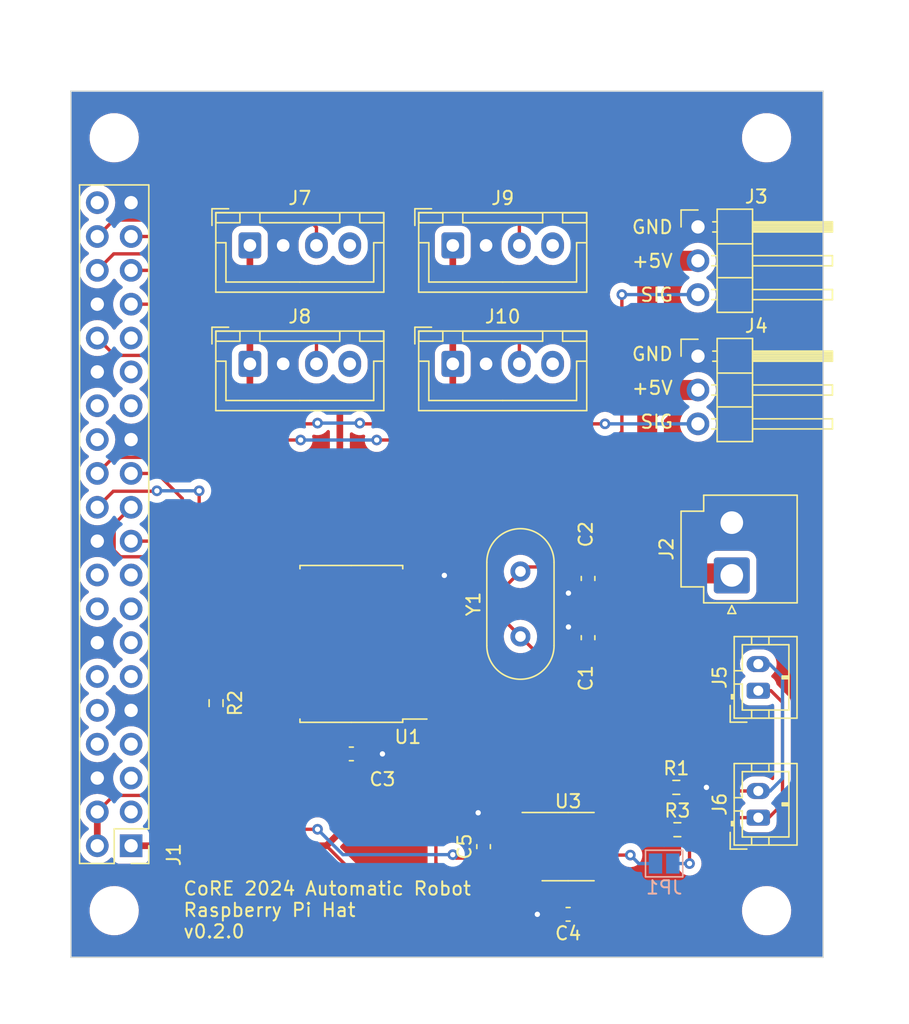
<source format=kicad_pcb>
(kicad_pcb (version 20221018) (generator pcbnew)
  (layers (0 "F.Cu" signal) (31 "B.Cu" signal) (34 "B.Paste" user) (35 "F.Paste" user) (36 "B.SilkS" user "B.Silkscreen") (37 "F.SilkS" user "F.Silkscreen") (38 "B.Mask" user) (39 "F.Mask" user) (44 "Edge.Cuts" user))
  (net 0 "")
  (net 1 "+3.3V")
  (net 2 "+5V")
  (net 5 "GND")
  (net 16 "SPI0_MOSI")
  (net 17 "SPI0_MISO")
  (net 18 "INT")
  (net 19 "SPI0_CLK")
  (net 20 "SPI0_CE0")
  (net 26 "GPIO12_PWM0")
  (net 27 "GPIO13_PWM1")
  (net 28 "GPIO19_IN0")
  (net 29 "GPIO16_IN1")
  (net 30 "GPIO26_IN2")
  (net 31 "GPIO20_IN3")
  (net 32 "+5VP")
  (net 33 "CANH")
  (net 34 "CANL")
  (net 35 "Net-(U3-S)")
  (net 36 "Net-(U1-~{RESET})")
  (net 37 "Net-(JP1-B)")
  (net 38 "Net-(U1-TXCAN)")
  (net 39 "Net-(U1-RXCAN)")
  (net 44 "Net-(U1-OSC2)")
  (net 45 "Net-(U1-OSC1)")
  (footprint "Crystal:Crystal_HC49-U_Vertical" (layer "F.Cu") (at 139.7 111.2625 90)
    (fp_text reference "Y1" (at 2.44 -3.525 90) (layer "F.SilkS"))
    (fp_text value "16M")
    (pad "1" thru_hole circle (at 0 0 90) (size 1.5 1.5) (drill 0.8) (layers "*.Cu" "*.Mask") (net 44 "Net-(U1-OSC2)"))
    (pad "2" thru_hole circle (at 4.88 0 90) (size 1.5 1.5) (drill 0.8) (layers "*.Cu" "*.Mask") (net 45 "Net-(U1-OSC1)"))
  )
  (footprint "Connector_JST:JST_PH_B2B-PH-K_1x02_P2.00mm_Vertical" (layer "F.Cu") (at 157.565 115.3325 90)
    (fp_text reference "J5" (at 1 -2.9 90) (layer "F.SilkS"))
    (fp_text value "PH_B2B")
    (pad "1" thru_hole roundrect (at 0 0 90) (size 1.2 1.75) (drill 0.75) (layers "*.Cu" "*.Mask") (roundrect_rratio 0.2083333333) (net 33 "CANH"))
    (pad "2" thru_hole oval (at 2 0 90) (size 1.2 1.75) (drill 0.75) (layers "*.Cu" "*.Mask") (net 34 "CANL"))
  )
  (footprint "Capacitor_SMD:C_0603_1608Metric_Pad1.08x0.95mm_HandSolder" (layer "F.Cu") (at 136.9325 127.0325 90)
    (fp_text reference "C5" (at 0 -1.43 90) (layer "F.SilkS"))
    (fp_text value "0.1u")
    (pad "1" smd roundrect (at -0.8625 0 90) (size 1.075 0.95) (layers "F.Cu" "F.Paste" "F.Mask") (net 2 "+5V"))
    (pad "2" smd roundrect (at 0.8625 0 90) (size 1.075 0.95) (layers "F.Cu" "F.Paste" "F.Mask") (net 5 "GND"))
  )
  (footprint "Resistor_SMD:R_0603_1608Metric_Pad0.98x0.95mm_HandSolder" (layer "F.Cu") (at 151.4075 122.5875)
    (fp_text reference "R1" (at 0 -1.43) (layer "F.SilkS"))
    (fp_text value "4.7k")
    (pad "1" smd roundrect (at -0.9125 0) (size 0.975 0.95) (layers "F.Cu" "F.Paste" "F.Mask") (net 35 "Net-(U3-S)"))
    (pad "2" smd roundrect (at 0.9125 0) (size 0.975 0.95) (layers "F.Cu" "F.Paste" "F.Mask") (net 5 "GND"))
  )
  (footprint "Connector_JST:JST_XH_B4B-XH-A_1x04_P2.50mm_Vertical" (layer "F.Cu") (at 134.62 81.915)
    (fp_text reference "J9" (at 3.75 -3.55) (layer "F.SilkS"))
    (fp_text value "Conn_01x04_Pin" hide)
    (pad "1" thru_hole roundrect (at 0 0) (size 1.7 1.95) (drill 0.95) (layers "*.Cu" "*.Mask") (roundrect_rratio 0.1470588235) (net 1 "+3.3V"))
    (pad "2" thru_hole oval (at 2.5 0) (size 1.7 1.95) (drill 0.95) (layers "*.Cu" "*.Mask") (net 5 "GND"))
    (pad "3" thru_hole oval (at 5 0) (size 1.7 1.95) (drill 0.95) (layers "*.Cu" "*.Mask") (net 30 "GPIO26_IN2"))
    (pad "4" thru_hole oval (at 7.5 0) (size 1.7 1.95) (drill 0.95) (layers "*.Cu" "*.Mask"))
  )
  (footprint "Connector_PinHeader_2.54mm:PinHeader_1x03_P2.54mm_Horizontal" (layer "F.Cu") (at 153.035 80.5275)
    (fp_text reference "J3" (at 4.385 -2.27) (layer "F.SilkS"))
    (fp_text value "Conn_01x03_Pin")
    (pad "1" thru_hole rect (at 0 0) (size 1.7 1.7) (drill 1) (layers "*.Cu" "*.Mask") (net 5 "GND"))
    (pad "2" thru_hole oval (at 0 2.54) (size 1.7 1.7) (drill 1) (layers "*.Cu" "*.Mask") (net 32 "+5VP"))
    (pad "3" thru_hole oval (at 0 5.08) (size 1.7 1.7) (drill 1) (layers "*.Cu" "*.Mask") (net 26 "GPIO12_PWM0"))
  )
  (footprint "Connector_JST:JST_XH_B4B-XH-A_1x04_P2.50mm_Vertical" (layer "F.Cu") (at 119.38 90.805)
    (fp_text reference "J8" (at 3.75 -3.55) (layer "F.SilkS"))
    (fp_text value "Conn_01x04_Pin" hide)
    (pad "1" thru_hole roundrect (at 0 0) (size 1.7 1.95) (drill 0.95) (layers "*.Cu" "*.Mask") (roundrect_rratio 0.1470588235) (net 1 "+3.3V"))
    (pad "2" thru_hole oval (at 2.5 0) (size 1.7 1.95) (drill 0.95) (layers "*.Cu" "*.Mask") (net 5 "GND"))
    (pad "3" thru_hole oval (at 5 0) (size 1.7 1.95) (drill 0.95) (layers "*.Cu" "*.Mask") (net 29 "GPIO16_IN1"))
    (pad "4" thru_hole oval (at 7.5 0) (size 1.7 1.95) (drill 0.95) (layers "*.Cu" "*.Mask"))
  )
  (footprint "Resistor_SMD:R_0603_1608Metric_Pad0.98x0.95mm_HandSolder" (layer "F.Cu") (at 116.84 116.265 -90)
    (fp_text reference "R2" (at 0 -1.43 90) (layer "F.SilkS"))
    (fp_text value "4.7k")
    (pad "1" smd roundrect (at -0.9125 0 270) (size 0.975 0.95) (layers "F.Cu" "F.Paste" "F.Mask") (net 36 "Net-(U1-~{RESET})"))
    (pad "2" smd roundrect (at 0.9125 0 270) (size 0.975 0.95) (layers "F.Cu" "F.Paste" "F.Mask") (net 1 "+3.3V"))
  )
  (footprint "MountingHole:MountingHole_3.2mm_M3" (layer "F.Cu") (at 158.1875 73.8375)
    (fp_text reference "H4" hide)
    (fp_text value "MountingHole" hide)
    (pad "" np_thru_hole circle (at 0 0) (size 3.2 3.2) (drill 3.2) (layers "*.Cu" "*.Mask"))
  )
  (footprint "Connector_PinHeader_2.54mm:PinHeader_2x20_P2.54mm_Vertical" (layer "F.Cu") (at 110.4575 126.9675 180)
    (fp_text reference "J1" (at -3.2075 -0.6675 90) (layer "F.SilkS"))
    (fp_text value "Conn_02x20_Odd_Even")
    (pad "1" thru_hole rect (at 0 0 180) (size 1.7 1.7) (drill 1) (layers "*.Cu" "*.Mask") (net 1 "+3.3V"))
    (pad "2" thru_hole oval (at 2.54 0 180) (size 1.7 1.7) (drill 1) (layers "*.Cu" "*.Mask") (net 2 "+5V"))
    (pad "3" thru_hole oval (at 0 2.54 180) (size 1.7 1.7) (drill 1) (layers "*.Cu" "*.Mask"))
    (pad "4" thru_hole oval (at 2.54 2.54 180) (size 1.7 1.7) (drill 1) (layers "*.Cu" "*.Mask") (net 2 "+5V"))
    (pad "5" thru_hole oval (at 0 5.08 180) (size 1.7 1.7) (drill 1) (layers "*.Cu" "*.Mask"))
    (pad "6" thru_hole oval (at 2.54 5.08 180) (size 1.7 1.7) (drill 1) (layers "*.Cu" "*.Mask") (net 5 "GND"))
    (pad "7" thru_hole oval (at 0 7.62 180) (size 1.7 1.7) (drill 1) (layers "*.Cu" "*.Mask"))
    (pad "8" thru_hole oval (at 2.54 7.62 180) (size 1.7 1.7) (drill 1) (layers "*.Cu" "*.Mask"))
    (pad "9" thru_hole oval (at 0 10.16 180) (size 1.7 1.7) (drill 1) (layers "*.Cu" "*.Mask") (net 5 "GND"))
    (pad "10" thru_hole oval (at 2.54 10.16 180) (size 1.7 1.7) (drill 1) (layers "*.Cu" "*.Mask"))
    (pad "11" thru_hole oval (at 0 12.7 180) (size 1.7 1.7) (drill 1) (layers "*.Cu" "*.Mask"))
    (pad "12" thru_hole oval (at 2.54 12.7 180) (size 1.7 1.7) (drill 1) (layers "*.Cu" "*.Mask"))
    (pad "13" thru_hole oval (at 0 15.24 180) (size 1.7 1.7) (drill 1) (layers "*.Cu" "*.Mask"))
    (pad "14" thru_hole oval (at 2.54 15.24 180) (size 1.7 1.7) (drill 1) (layers "*.Cu" "*.Mask") (net 5 "GND"))
    (pad "15" thru_hole oval (at 0 17.78 180) (size 1.7 1.7) (drill 1) (layers "*.Cu" "*.Mask"))
    (pad "16" thru_hole oval (at 2.54 17.78 180) (size 1.7 1.7) (drill 1) (layers "*.Cu" "*.Mask"))
    (pad "17" thru_hole oval (at 0 20.32 180) (size 1.7 1.7) (drill 1) (layers "*.Cu" "*.Mask"))
    (pad "18" thru_hole oval (at 2.54 20.32 180) (size 1.7 1.7) (drill 1) (layers "*.Cu" "*.Mask"))
    (pad "19" thru_hole oval (at 0 22.86 180) (size 1.7 1.7) (drill 1) (layers "*.Cu" "*.Mask") (net 16 "SPI0_MOSI"))
    (pad "20" thru_hole oval (at 2.54 22.86 180) (size 1.7 1.7) (drill 1) (layers "*.Cu" "*.Mask") (net 5 "GND"))
    (pad "21" thru_hole oval (at 0 25.4 180) (size 1.7 1.7) (drill 1) (layers "*.Cu" "*.Mask") (net 17 "SPI0_MISO"))
    (pad "22" thru_hole oval (at 2.54 25.4 180) (size 1.7 1.7) (drill 1) (layers "*.Cu" "*.Mask") (net 18 "INT"))
    (pad "23" thru_hole oval (at 0 27.94 180) (size 1.7 1.7) (drill 1) (layers "*.Cu" "*.Mask") (net 19 "SPI0_CLK"))
    (pad "24" thru_hole oval (at 2.54 27.94 180) (size 1.7 1.7) (drill 1) (layers "*.Cu" "*.Mask") (net 20 "SPI0_CE0"))
    (pad "25" thru_hole oval (at 0 30.48 180) (size 1.7 1.7) (drill 1) (layers "*.Cu" "*.Mask") (net 5 "GND"))
    (pad "26" thru_hole oval (at 2.54 30.48 180) (size 1.7 1.7) (drill 1) (layers "*.Cu" "*.Mask"))
    (pad "27" thru_hole oval (at 0 33.02 180) (size 1.7 1.7) (drill 1) (layers "*.Cu" "*.Mask"))
    (pad "28" thru_hole oval (at 2.54 33.02 180) (size 1.7 1.7) (drill 1) (layers "*.Cu" "*.Mask"))
    (pad "29" thru_hole oval (at 0 35.56 180) (size 1.7 1.7) (drill 1) (layers "*.Cu" "*.Mask"))
    (pad "30" thru_hole oval (at 2.54 35.56 180) (size 1.7 1.7) (drill 1) (layers "*.Cu" "*.Mask") (net 5 "GND"))
    (pad "31" thru_hole oval (at 0 38.1 180) (size 1.7 1.7) (drill 1) (layers "*.Cu" "*.Mask"))
    (pad "32" thru_hole oval (at 2.54 38.1 180) (size 1.7 1.7) (drill 1) (layers "*.Cu" "*.Mask") (net 26 "GPIO12_PWM0"))
    (pad "33" thru_hole oval (at 0 40.64 180) (size 1.7 1.7) (drill 1) (layers "*.Cu" "*.Mask") (net 27 "GPIO13_PWM1"))
    (pad "34" thru_hole oval (at 2.54 40.64 180) (size 1.7 1.7) (drill 1) (layers "*.Cu" "*.Mask") (net 5 "GND"))
    (pad "35" thru_hole oval (at 0 43.18 180) (size 1.7 1.7) (drill 1) (layers "*.Cu" "*.Mask") (net 28 "GPIO19_IN0"))
    (pad "36" thru_hole oval (at 2.54 43.18 180) (size 1.7 1.7) (drill 1) (layers "*.Cu" "*.Mask") (net 29 "GPIO16_IN1"))
    (pad "37" thru_hole oval (at 0 45.72 180) (size 1.7 1.7) (drill 1) (layers "*.Cu" "*.Mask") (net 30 "GPIO26_IN2"))
    (pad "38" thru_hole oval (at 2.54 45.72 180) (size 1.7 1.7) (drill 1) (layers "*.Cu" "*.Mask") (net 31 "GPIO20_IN3"))
    (pad "39" thru_hole oval (at 0 48.26 180) (size 1.7 1.7) (drill 1) (layers "*.Cu" "*.Mask") (net 5 "GND"))
    (pad "40" thru_hole oval (at 2.54 48.26 180) (size 1.7 1.7) (drill 1) (layers "*.Cu" "*.Mask"))
  )
  (footprint "Connector_JST:JST_PH_B2B-PH-K_1x02_P2.00mm_Vertical" (layer "F.Cu") (at 157.565 124.8575 90)
    (fp_text reference "J6" (at 1 -2.9 90) (layer "F.SilkS"))
    (fp_text value "PH_B2B")
    (pad "1" thru_hole roundrect (at 0 0 90) (size 1.2 1.75) (drill 0.75) (layers "*.Cu" "*.Mask") (roundrect_rratio 0.2083333333) (net 33 "CANH"))
    (pad "2" thru_hole oval (at 2 0 90) (size 1.2 1.75) (drill 0.75) (layers "*.Cu" "*.Mask") (net 34 "CANL"))
  )
  (footprint "Connector_JST:JST_XH_B4B-XH-A_1x04_P2.50mm_Vertical" (layer "F.Cu") (at 134.62 90.805)
    (fp_text reference "J10" (at 3.75 -3.55) (layer "F.SilkS"))
    (fp_text value "Conn_01x04_Pin" hide)
    (pad "1" thru_hole roundrect (at 0 0) (size 1.7 1.95) (drill 0.95) (layers "*.Cu" "*.Mask") (roundrect_rratio 0.1470588235) (net 1 "+3.3V"))
    (pad "2" thru_hole oval (at 2.5 0) (size 1.7 1.95) (drill 0.95) (layers "*.Cu" "*.Mask") (net 5 "GND"))
    (pad "3" thru_hole oval (at 5 0) (size 1.7 1.95) (drill 0.95) (layers "*.Cu" "*.Mask") (net 31 "GPIO20_IN3"))
    (pad "4" thru_hole oval (at 7.5 0) (size 1.7 1.95) (drill 0.95) (layers "*.Cu" "*.Mask"))
  )
  (footprint "Capacitor_SMD:C_0603_1608Metric_Pad1.08x0.95mm_HandSolder" (layer "F.Cu") (at 143.2825 132.1125 180)
    (fp_text reference "C4" (at 0 -1.43) (layer "F.SilkS"))
    (fp_text value "0.1u")
    (pad "1" smd roundrect (at -0.8625 0 180) (size 1.075 0.95) (layers "F.Cu" "F.Paste" "F.Mask") (net 1 "+3.3V"))
    (pad "2" smd roundrect (at 0.8625 0 180) (size 1.075 0.95) (layers "F.Cu" "F.Paste" "F.Mask") (net 5 "GND"))
  )
  (footprint "MountingHole:MountingHole_3.2mm_M3" (layer "F.Cu") (at 109.1875 131.8375)
    (fp_text reference "H1" hide)
    (fp_text value "MountingHole" hide)
    (pad "" np_thru_hole circle (at 0 0) (size 3.2 3.2) (drill 3.2) (layers "*.Cu" "*.Mask"))
  )
  (footprint "MountingHole:MountingHole_3.2mm_M3" (layer "F.Cu") (at 158.1875 131.8375)
    (fp_text reference "H2" hide)
    (fp_text value "MountingHole" hide)
    (pad "" np_thru_hole circle (at 0 0) (size 3.2 3.2) (drill 3.2) (layers "*.Cu" "*.Mask"))
  )
  (footprint "Package_SO:SOIC-8_3.9x4.9mm_P1.27mm" (layer "F.Cu") (at 143.2825 127.0325)
    (fp_text reference "U3" (at 0 -3.4) (layer "F.SilkS"))
    (fp_text value "TJA1051T-3")
    (pad "1" smd roundrect (at -2.475 -1.905) (size 1.95 0.6) (layers "F.Cu" "F.Paste" "F.Mask") (net 38 "Net-(U1-TXCAN)"))
    (pad "2" smd roundrect (at -2.475 -0.635) (size 1.95 0.6) (layers "F.Cu" "F.Paste" "F.Mask") (net 5 "GND"))
    (pad "3" smd roundrect (at -2.475 0.635) (size 1.95 0.6) (layers "F.Cu" "F.Paste" "F.Mask") (net 2 "+5V"))
    (pad "4" smd roundrect (at -2.475 1.905) (size 1.95 0.6) (layers "F.Cu" "F.Paste" "F.Mask") (net 39 "Net-(U1-RXCAN)"))
    (pad "5" smd roundrect (at 2.475 1.905) (size 1.95 0.6) (layers "F.Cu" "F.Paste" "F.Mask") (net 1 "+3.3V"))
    (pad "6" smd roundrect (at 2.475 0.635) (size 1.95 0.6) (layers "F.Cu" "F.Paste" "F.Mask") (net 34 "CANL"))
    (pad "7" smd roundrect (at 2.475 -0.635) (size 1.95 0.6) (layers "F.Cu" "F.Paste" "F.Mask") (net 33 "CANH"))
    (pad "8" smd roundrect (at 2.475 -1.905) (size 1.95 0.6) (layers "F.Cu" "F.Paste" "F.Mask") (net 35 "Net-(U3-S)"))
  )
  (footprint "Resistor_SMD:R_0603_1608Metric_Pad0.98x0.95mm_HandSolder" (layer "F.Cu") (at 151.4875 125.7625)
    (fp_text reference "R3" (at 0 -1.43) (layer "F.SilkS"))
    (fp_text value "120")
    (pad "1" smd roundrect (at -0.9125 0) (size 0.975 0.95) (layers "F.Cu" "F.Paste" "F.Mask") (net 33 "CANH"))
    (pad "2" smd roundrect (at 0.9125 0) (size 0.975 0.95) (layers "F.Cu" "F.Paste" "F.Mask") (net 37 "Net-(JP1-B)"))
  )
  (footprint "Package_SO:SOIC-18W_7.5x11.6mm_P1.27mm" (layer "F.Cu") (at 127 111.82 180)
    (fp_text reference "U1" (at -4.24 -6.985) (layer "F.SilkS"))
    (fp_text value "MCP2515-xSO")
    (pad "1" smd roundrect (at -4.65 -5.08 180) (size 2.05 0.6) (layers "F.Cu" "F.Paste" "F.Mask") (net 38 "Net-(U1-TXCAN)"))
    (pad "2" smd roundrect (at -4.65 -3.81 180) (size 2.05 0.6) (layers "F.Cu" "F.Paste" "F.Mask") (net 39 "Net-(U1-RXCAN)"))
    (pad "3" smd roundrect (at -4.65 -2.54 180) (size 2.05 0.6) (layers "F.Cu" "F.Paste" "F.Mask"))
    (pad "4" smd roundrect (at -4.65 -1.27 180) (size 2.05 0.6) (layers "F.Cu" "F.Paste" "F.Mask"))
    (pad "5" smd roundrect (at -4.65 0 180) (size 2.05 0.6) (layers "F.Cu" "F.Paste" "F.Mask"))
    (pad "6" smd roundrect (at -4.65 1.27 180) (size 2.05 0.6) (layers "F.Cu" "F.Paste" "F.Mask"))
    (pad "7" smd roundrect (at -4.65 2.54 180) (size 2.05 0.6) (layers "F.Cu" "F.Paste" "F.Mask") (net 44 "Net-(U1-OSC2)"))
    (pad "8" smd roundrect (at -4.65 3.81 180) (size 2.05 0.6) (layers "F.Cu" "F.Paste" "F.Mask") (net 45 "Net-(U1-OSC1)"))
    (pad "9" smd roundrect (at -4.65 5.08 180) (size 2.05 0.6) (layers "F.Cu" "F.Paste" "F.Mask") (net 5 "GND"))
    (pad "10" smd roundrect (at 4.65 5.08 180) (size 2.05 0.6) (layers "F.Cu" "F.Paste" "F.Mask"))
    (pad "11" smd roundrect (at 4.65 3.81 180) (size 2.05 0.6) (layers "F.Cu" "F.Paste" "F.Mask"))
    (pad "12" smd roundrect (at 4.65 2.54 180) (size 2.05 0.6) (layers "F.Cu" "F.Paste" "F.Mask") (net 18 "INT"))
    (pad "13" smd roundrect (at 4.65 1.27 180) (size 2.05 0.6) (layers "F.Cu" "F.Paste" "F.Mask") (net 19 "SPI0_CLK"))
    (pad "14" smd roundrect (at 4.65 0 180) (size 2.05 0.6) (layers "F.Cu" "F.Paste" "F.Mask") (net 16 "SPI0_MOSI"))
    (pad "15" smd roundrect (at 4.65 -1.27 180) (size 2.05 0.6) (layers "F.Cu" "F.Paste" "F.Mask") (net 17 "SPI0_MISO"))
    (pad "16" smd roundrect (at 4.65 -2.54 180) (size 2.05 0.6) (layers "F.Cu" "F.Paste" "F.Mask") (net 20 "SPI0_CE0"))
    (pad "17" smd roundrect (at 4.65 -3.81 180) (size 2.05 0.6) (layers "F.Cu" "F.Paste" "F.Mask") (net 36 "Net-(U1-~{RESET})"))
    (pad "18" smd roundrect (at 4.65 -5.08 180) (size 2.05 0.6) (layers "F.Cu" "F.Paste" "F.Mask") (net 1 "+3.3V"))
  )
  (footprint "Connector_JST:JST_XH_B4B-XH-A_1x04_P2.50mm_Vertical" (layer "F.Cu") (at 119.38 81.915)
    (fp_text reference "J7" (at 3.75 -3.55) (layer "F.SilkS"))
    (fp_text value "Conn_01x04_Pin" hide)
    (pad "1" thru_hole roundrect (at 0 0) (size 1.7 1.95) (drill 0.95) (layers "*.Cu" "*.Mask") (roundrect_rratio 0.1470588235) (net 1 "+3.3V"))
    (pad "2" thru_hole oval (at 2.5 0) (size 1.7 1.95) (drill 0.95) (layers "*.Cu" "*.Mask") (net 5 "GND"))
    (pad "3" thru_hole oval (at 5 0) (size 1.7 1.95) (drill 0.95) (layers "*.Cu" "*.Mask") (net 28 "GPIO19_IN0"))
    (pad "4" thru_hole oval (at 7.5 0) (size 1.7 1.95) (drill 0.95) (layers "*.Cu" "*.Mask"))
  )
  (footprint "Connector_PinHeader_2.54mm:PinHeader_1x03_P2.54mm_Horizontal" (layer "F.Cu") (at 153.035 90.2275)
    (fp_text reference "J4" (at 4.385 -2.27) (layer "F.SilkS"))
    (fp_text value "Conn_01x03_Pin")
    (pad "1" thru_hole rect (at 0 0) (size 1.7 1.7) (drill 1) (layers "*.Cu" "*.Mask") (net 5 "GND"))
    (pad "2" thru_hole oval (at 0 2.54) (size 1.7 1.7) (drill 1) (layers "*.Cu" "*.Mask") (net 32 "+5VP"))
    (pad "3" thru_hole oval (at 0 5.08) (size 1.7 1.7) (drill 1) (layers "*.Cu" "*.Mask") (net 27 "GPIO13_PWM1"))
  )
  (footprint "Capacitor_SMD:C_0603_1608Metric_Pad1.08x0.95mm_HandSolder" (layer "F.Cu") (at 127 120.075)
    (fp_text reference "C3" (at 2.335 1.905) (layer "F.SilkS"))
    (fp_text value "0.1u")
    (pad "1" smd roundrect (at -0.8625 0) (size 1.075 0.95) (layers "F.Cu" "F.Paste" "F.Mask") (net 1 "+3.3V"))
    (pad "2" smd roundrect (at 0.8625 0) (size 1.075 0.95) (layers "F.Cu" "F.Paste" "F.Mask") (net 5 "GND"))
  )
  (footprint "MountingHole:MountingHole_3.2mm_M3" (layer "F.Cu") (at 109.1875 73.8375)
    (fp_text reference "H3" hide)
    (fp_text value "MountingHole" hide)
    (pad "" np_thru_hole circle (at 0 0) (size 3.2 3.2) (drill 3.2) (layers "*.Cu" "*.Mask"))
  )
  (footprint "Connector_JST:JST_VH_B2P-VH-B_1x02_P3.96mm_Vertical" (layer "F.Cu") (at 155.575 106.68 90)
    (fp_text reference "J2" (at 1.98 -4.9 90) (layer "F.SilkS"))
    (fp_text value "B2P-VH")
    (pad "1" thru_hole roundrect (at 0 0 90) (size 2.7 2.7) (drill 1.7) (layers "*.Cu" "*.Mask") (roundrect_rratio 0.09259296296) (net 32 "+5VP"))
    (pad "2" thru_hole circle (at 3.96 0 90) (size 2.7 2.7) (drill 1.7) (layers "*.Cu" "*.Mask") (net 5 "GND"))
  )
  (footprint "Capacitor_SMD:C_0603_1608Metric_Pad1.08x0.95mm_HandSolder" (layer "F.Cu") (at 144.78 111.3525 90)
    (fp_text reference "C1" (at -3.04 -0.1725 90) (layer "F.SilkS"))
    (fp_text value "22p")
    (pad "1" smd roundrect (at -0.8625 0 90) (size 1.075 0.95) (layers "F.Cu" "F.Paste" "F.Mask") (net 44 "Net-(U1-OSC2)"))
    (pad "2" smd roundrect (at 0.8625 0 90) (size 1.075 0.95) (layers "F.Cu" "F.Paste" "F.Mask") (net 5 "GND"))
  )
  (footprint "Capacitor_SMD:C_0603_1608Metric_Pad1.08x0.95mm_HandSolder" (layer "F.Cu") (at 144.78 106.9075 -90)
    (fp_text reference "C2" (at -3.31 0.1725 90) (layer "F.SilkS"))
    (fp_text value "22p")
    (pad "1" smd roundrect (at -0.8625 0 270) (size 1.075 0.95) (layers "F.Cu" "F.Paste" "F.Mask") (net 45 "Net-(U1-OSC1)"))
    (pad "2" smd roundrect (at 0.8625 0 270) (size 1.075 0.95) (layers "F.Cu" "F.Paste" "F.Mask") (net 5 "GND"))
  )
  (footprint "Jumper:SolderJumper-2_P1.3mm_Open_Pad1.0x1.5mm" (layer "B.Cu") (at 150.495 128.3025)
    (fp_text reference "JP1" (at 0 1.8) (layer "B.SilkS") (effects (justify mirror)))
    (fp_text value "SolderJumper_2_Open" hide)
    (pad "1" smd rect (at -0.65 0) (size 1 1.5) (layers "B.Cu" "B.Mask") (net 34 "CANL"))
    (pad "2" smd rect (at 0.65 0) (size 1 1.5) (layers "B.Cu" "B.Mask") (net 37 "Net-(JP1-B)"))
  )
  (gr_line (start 162.4375 70.3375) (end 162.4375 135.3375) (stroke (width 0.1)) (layer "Edge.Cuts"))
  (gr_line (start 105.9375 70.3375) (end 105.9375 135.3375) (stroke (width 0.1)) (layer "Edge.Cuts"))
  (gr_line (start 105.9375 70.3375) (end 162.4375 70.3375) (stroke (width 0.1)) (layer "Edge.Cuts"))
  (gr_line (start 105.9375 135.3375) (end 162.4375 135.3375) (stroke (width 0.1)) (layer "Edge.Cuts"))
  (gr_text "+5V" (at 147.9875 83.67) (layer "F.SilkS") (effects (font (size 1 1)) (justify left bottom)))
  (gr_text "+5V" (at 147.9875 93.195) (layer "F.SilkS") (effects (font (size 1 1)) (justify left bottom)))
  (gr_text "SIG" (at 148.6225 86.21) (layer "F.SilkS") (effects (font (size 1 1)) (justify left bottom)))
  (gr_text "GND" (at 147.9875 90.655) (layer "F.SilkS") (effects (font (size 1 1)) (justify left bottom)))
  (gr_text "GND" (at 147.9875 81.13) (layer "F.SilkS") (effects (font (size 1 1)) (justify left bottom)))
  (gr_text "SIG" (at 148.6225 95.735) (layer "F.SilkS") (effects (font (size 1 1)) (justify left bottom)))
  (gr_text "CoRE 2024 Automatic Robot\nRaspberry Pi Hat\nv0.2.0" (at 114.3 133.985) (layer "F.SilkS") (effects (font (size 1 1)) (justify left bottom)))
  (segment (start 110.4575 126.9675) (end 125.1275 126.9675) (width 0.5) (layer "F.Cu") (net 1))
  (segment (start 126.0775 116.9) (end 126.1375 116.84) (width 0.25) (layer "F.Cu") (net 1))
  (segment (start 126.1375 93.7525) (end 125.73 93.345) (width 0.5) (layer "F.Cu") (net 1))
  (segment (start 126.1375 125.9575) (end 126.1375 120.075) (width 0.5) (layer "F.Cu") (net 1))
  (segment (start 116.84 117.1775) (end 119.7375 120.075) (width 0.5) (layer "F.Cu") (net 1))
  (segment (start 119.7375 120.075) (end 124.46 120.075) (width 0.5) (layer "F.Cu") (net 1))
  (segment (start 126.545 93.345) (end 126.1375 93.7525) (width 0.5) (layer "F.Cu") (net 1))
  (segment (start 126.1375 120.075) (end 126.1375 117.475) (width 0.5) (layer "F.Cu") (net 1))
  (segment (start 134.62 90.805) (end 134.62 81.915) (width 0.5) (layer "F.Cu") (net 1))
  (segment (start 144.78 128.9375) (end 145.7575 128.9375) (width 0.25) (layer "F.Cu") (net 1))
  (segment (start 144.145 132.1125) (end 144.145 129.5725) (width 0.25) (layer "F.Cu") (net 1))
  (segment (start 125.73 116.9) (end 126.0775 116.9) (width 0.25) (layer "F.Cu") (net 1))
  (segment (start 119.38 90.805) (end 119.38 92.71) (width 0.5) (layer "F.Cu") (net 1))
  (segment (start 133.985 93.345) (end 134.62 92.71) (width 0.5) (layer "F.Cu") (net 1))
  (segment (start 126.1375 116.84) (end 126.1375 116.205) (width 0.5) (layer "F.Cu") (net 1))
  (segment (start 127 93.345) (end 133.985 93.345) (width 0.5) (layer "F.Cu") (net 1))
  (segment (start 122.35 116.9) (end 125.73 116.9) (width 0.25) (layer "F.Cu") (net 1))
  (segment (start 126.1375 116.205) (end 126.1375 93.7525) (width 0.5) (layer "F.Cu") (net 1))
  (segment (start 119.38 81.915) (end 119.38 90.805) (width 0.5) (layer "F.Cu") (net 1))
  (segment (start 124.46 120.075) (end 126.1375 120.075) (width 0.5) (layer "F.Cu") (net 1))
  (segment (start 126.1375 117.475) (end 126.1375 117.3075) (width 0.5) (layer "F.Cu") (net 1))
  (segment (start 125.73 93.345) (end 127 93.345) (width 0.5) (layer "F.Cu") (net 1))
  (segment (start 127 93.345) (end 126.545 93.345) (width 0.5) (layer "F.Cu") (net 1))
  (segment (start 126.1375 117.475) (end 126.1375 116.84) (width 0.5) (layer "F.Cu") (net 1))
  (segment (start 126.1375 116.4925) (end 125.73 116.9) (width 0.5) (layer "F.Cu") (net 1))
  (segment (start 144.145 132.715) (end 143.51 133.35) (width 0.25) (layer "F.Cu") (net 1))
  (segment (start 143.51 133.35) (end 131.51 133.35) (width 0.25) (layer "F.Cu") (net 1))
  (segment (start 126.1375 116.205) (end 126.1375 116.4925) (width 0.5) (layer "F.Cu") (net 1))
  (segment (start 119.38 92.71) (end 120.015 93.345) (width 0.5) (layer "F.Cu") (net 1))
  (segment (start 144.145 129.5725) (end 144.78 128.9375) (width 0.25) (layer "F.Cu") (net 1))
  (segment (start 126.1375 117.3075) (end 125.73 116.9) (width 0.5) (layer "F.Cu") (net 1))
  (segment (start 144.145 132.1125) (end 144.145 132.715) (width 0.25) (layer "F.Cu") (net 1))
  (segment (start 120.015 93.345) (end 125.73 93.345) (width 0.5) (layer "F.Cu") (net 1))
  (segment (start 134.62 92.71) (end 134.62 90.805) (width 0.5) (layer "F.Cu") (net 1))
  (segment (start 125.1275 126.9675) (end 126.1375 125.9575) (width 0.5) (layer "F.Cu") (net 1))
  (segment (start 131.51 133.35) (end 125.1275 126.9675) (width 0.25) (layer "F.Cu") (net 1))
  (segment (start 136.9325 127.895) (end 134.88 127.895) (width 0.25) (layer "F.Cu") (net 2))
  (segment (start 137.16 127.6675) (end 136.9325 127.895) (width 0.25) (layer "F.Cu") (net 2))
  (segment (start 112.395 123.19) (end 109.155 123.19) (width 0.25) (layer "F.Cu") (net 2))
  (segment (start 114.935 125.73) (end 112.395 123.19) (width 0.25) (layer "F.Cu") (net 2))
  (segment (start 140.8075 127.6675) (end 137.16 127.6675) (width 0.25) (layer "F.Cu") (net 2))
  (segment (start 107.9175 124.4275) (end 107.9175 126.9675) (width 0.5) (layer "F.Cu") (net 2))
  (segment (start 134.88 127.895) (end 134.62 127.635) (width 0.25) (layer "F.Cu") (net 2))
  (segment (start 124.46 125.73) (end 114.935 125.73) (width 0.25) (layer "F.Cu") (net 2))
  (segment (start 109.155 123.19) (end 107.9175 124.4275) (width 0.25) (layer "F.Cu") (net 2))
  (via (at 124.46 125.73) (size 0.8) (drill 0.4) (layers "F.Cu" "B.Cu") (net 2))
  (via (at 134.62 127.635) (size 0.8) (drill 0.4) (layers "F.Cu" "B.Cu") (net 2))
  (segment (start 126.365 127.635) (end 124.46 125.73) (width 0.25) (layer "B.Cu") (net 2))
  (segment (start 134.62 127.635) (end 126.365 127.635) (width 0.25) (layer "B.Cu") (net 2))
  (segment (start 156.845 91.3225) (end 156.845 88.7825) (width 1.5) (layer "F.Cu") (net 5))
  (segment (start 136.9325 124.9) (end 136.525 124.4925) (width 0.25) (layer "F.Cu") (net 5))
  (segment (start 127.8625 120.075) (end 127.8625 108.2125) (width 0.25) (layer "F.Cu") (net 5))
  (segment (start 156.845 91.3225) (end 156.845 101.4175) (width 1.5) (layer "F.Cu") (net 5))
  (segment (start 140.8075 126.3975) (end 137.16 126.3975) (width 0.25) (layer "F.Cu") (net 5))
  (segment (start 156.8775 101.45) (end 155.6075 102.72) (width 1.5) (layer "F.Cu") (net 5))
  (segment (start 156.845 101.4175) (end 156.8775 101.45) (width 1.5) (layer "F.Cu") (net 5))
  (segment (start 155.75 90.2275) (end 156.845 91.3225) (width 1.5) (layer "F.Cu") (net 5))
  (segment (start 121.88 86.995) (end 121.88 81.915) (width 0.25) (layer "F.Cu") (net 5))
  (segment (start 137.16 126.3975) (end 136.9325 126.17) (width 0.25) (layer "F.Cu") (net 5))
  (segment (start 137.12 90.805) (end 137.12 81.915) (width 0.25) (layer "F.Cu") (net 5))
  (segment (start 142.42 132.1125) (end 140.97 132.1125) (width 0.25) (layer "F.Cu") (net 5))
  (segment (start 143.545 107.77) (end 143.305 108.01) (width 0.25) (layer "F.Cu") (net 5))
  (segment (start 155.4 90.2275) (end 156.845 88.7825) (width 1.5) (layer "F.Cu") (net 5))
  (segment (start 155.6075 102.72) (end 155.575 102.72) (width 1.5) (layer "F.Cu") (net 5))
  (segment (start 144.78 110.49) (end 143.365 110.49) (width 0.25) (layer "F.Cu") (net 5))
  (segment (start 155.575 80.5275) (end 153.035 80.5275) (width 1.5) (layer "F.Cu") (net 5))
  (segment (start 152.32 122.5875) (end 153.67 122.5875) (width 0.25) (layer "F.Cu") (net 5))
  (segment (start 129.335 106.74) (end 131.65 106.74) (width 0.25) (layer "F.Cu") (net 5))
  (segment (start 144.78 107.77) (end 143.545 107.77) (width 0.25) (layer "F.Cu") (net 5))
  (segment (start 156.845 88.7825) (end 156.845 81.7975) (width 1.5) (layer "F.Cu") (net 5))
  (segment (start 136.9325 126.17) (end 136.9325 124.9) (width 0.25) (layer "F.Cu") (net 5))
  (segment (start 127.8625 120.075) (end 129.335 120.075) (width 0.25) (layer "F.Cu") (net 5))
  (segment (start 155.4 90.2275) (end 155.75 90.2275) (width 1.5) (layer "F.Cu") (net 5))
  (segment (start 143.365 110.49) (end 143.305 110.55) (width 0.25) (layer "F.Cu") (net 5))
  (segment (start 127.8625 108.2125) (end 129.335 106.74) (width 0.25) (layer "F.Cu") (net 5))
  (segment (start 156.845 81.7975) (end 155.575 80.5275) (width 1.5) (layer "F.Cu") (net 5))
  (segment (start 121.88 90.805) (end 121.88 86.995) (width 0.25) (layer "F.Cu") (net 5))
  (segment (start 153.035 90.2275) (end 155.4 90.2275) (width 1.5) (layer "F.Cu") (net 5))
  (via (at 140.97 132.1125) (size 0.8) (drill 0.4) (layers "F.Cu" "B.Cu") (net 5))
  (via (at 133.985 106.68) (size 0.8) (drill 0.4) (layers "F.Cu" "B.Cu") (net 5))
  (via (at 153.67 122.5875) (size 0.8) (drill 0.4) (layers "F.Cu" "B.Cu") (net 5))
  (via (at 143.305 110.55) (size 0.8) (drill 0.4) (layers "F.Cu" "B.Cu") (net 5))
  (via (at 129.335 120.075) (size 0.8) (drill 0.4) (layers "F.Cu" "B.Cu") (net 5))
  (via (at 143.305 108.01) (size 0.8) (drill 0.4) (layers "F.Cu" "B.Cu") (net 5))
  (via (at 136.525 124.4925) (size 0.8) (drill 0.4) (layers "F.Cu" "B.Cu") (net 5))
  (segment (start 134.62 78.74) (end 137.12 81.24) (width 0.25) (layer "B.Cu") (net 5))
  (segment (start 125.055 78.74) (end 134.62 78.74) (width 0.25) (layer "B.Cu") (net 5))
  (segment (start 110.4575 78.7075) (end 118.6725 78.7075) (width 0.25) (layer "B.Cu") (net 5))
  (segment (start 137.12 81.24) (end 137.12 81.915) (width 0.25) (layer "B.Cu") (net 5))
  (segment (start 118.6725 78.7075) (end 121.88 81.915) (width 0.25) (layer "B.Cu") (net 5))
  (segment (start 121.88 81.915) (end 125.055 78.74) (width 0.25) (layer "B.Cu") (net 5))
  (segment (start 132.1075 120.075) (end 129.335 120.075) (width 0.25) (layer "B.Cu") (net 5))
  (segment (start 136.525 124.4925) (end 132.1075 120.075) (width 0.25) (layer "B.Cu") (net 5))
  (segment (start 117.535 111.82) (end 122.35 111.82) (width 0.25) (layer "F.Cu") (net 16))
  (segment (start 116.205 110.49) (end 117.535 111.82) (width 0.25) (layer "F.Cu") (net 16))
  (segment (start 113.6325 104.1075) (end 116.205 106.68) (width 0.25) (layer "F.Cu") (net 16))
  (segment (start 116.205 106.68) (end 116.205 110.49) (width 0.25) (layer "F.Cu") (net 16))
  (segment (start 110.4575 104.1075) (end 113.6325 104.1075) (width 0.25) (layer "F.Cu") (net 16))
  (segment (start 115.57 111.125) (end 117.535 113.09) (width 0.25) (layer "F.Cu") (net 17))
  (segment (start 109.1825 102.8425) (end 109.1825 104.8075) (width 0.25) (layer "F.Cu") (net 17))
  (segment (start 117.535 113.09) (end 122.35 113.09) (width 0.25) (layer "F.Cu") (net 17))
  (segment (start 110.4575 101.5675) (end 109.1825 102.8425) (width 0.25) (layer "F.Cu") (net 17))
  (segment (start 113.5375 105.2825) (end 115.57 107.315) (width 0.25) (layer "F.Cu") (net 17))
  (segment (start 115.57 107.315) (end 115.57 111.125) (width 0.25) (layer "F.Cu") (net 17))
  (segment (start 109.6575 105.2825) (end 113.5375 105.2825) (width 0.25) (layer "F.Cu") (net 17))
  (segment (start 109.1825 104.8075) (end 109.6575 105.2825) (width 0.25) (layer "F.Cu") (net 17))
  (segment (start 112.3575 100.3625) (end 112.3625 100.3625) (width 0.25) (layer "F.Cu") (net 18))
  (segment (start 122.35 109.28) (end 118.805 109.28) (width 0.25) (layer "F.Cu") (net 18))
  (segment (start 122.29 109.22) (end 122.35 109.28) (width 0.25) (layer "F.Cu") (net 18))
  (segment (start 112.3575 100.3625) (end 109.1225 100.3625) (width 0.25) (layer "F.Cu") (net 18))
  (segment (start 115.57 103.505) (end 117.475 105.41) (width 0.25) (layer "F.Cu") (net 18))
  (segment (start 112.3625 100.3625) (end 112.395 100.33) (width 0.25) (layer "F.Cu") (net 18))
  (segment (start 115.57 100.33) (end 115.57 103.505) (width 0.25) (layer "F.Cu") (net 18))
  (segment (start 117.475 107.95) (end 118.805 109.28) (width 0.25) (layer "F.Cu") (net 18))
  (segment (start 109.1225 100.3625) (end 107.9175 101.5675) (width 0.25) (layer "F.Cu") (net 18))
  (segment (start 117.475 105.41) (end 117.475 107.95) (width 0.25) (layer "F.Cu") (net 18))
  (via (at 112.395 100.33) (size 0.8) (drill 0.4) (layers "F.Cu" "B.Cu") (net 18))
  (via (at 115.57 100.33) (size 0.8) (drill 0.4) (layers "F.Cu" "B.Cu") (net 18))
  (segment (start 112.395 100.33) (end 115.57 100.33) (width 0.25) (layer "B.Cu") (net 18))
  (segment (start 110.4575 99.0275) (end 112.4225 99.0275) (width 0.25) (layer "F.Cu") (net 19))
  (segment (start 114.3 103.505) (end 116.84 106.045) (width 0.25) (layer "F.Cu") (net 19))
  (segment (start 116.84 106.045) (end 116.84 109.22) (width 0.25) (layer "F.Cu") (net 19))
  (segment (start 114.3 100.905) (end 114.3 103.505) (width 0.25) (layer "F.Cu") (net 19))
  (segment (start 118.17 110.55) (end 122.35 110.55) (width 0.25) (layer "F.Cu") (net 19))
  (segment (start 112.4225 99.0275) (end 114.3 100.905) (width 0.25) (layer "F.Cu") (net 19))
  (segment (start 116.84 109.22) (end 118.17 110.55) (width 0.25) (layer "F.Cu") (net 19))
  (segment (start 114.935 97.79) (end 116.84 99.695) (width 0.25) (layer "F.Cu") (net 20))
  (segment (start 114.9025 97.8225) (end 114.935 97.79) (width 0.25) (layer "F.Cu") (net 20))
  (segment (start 120.65 105.41) (end 123.825 105.41) (width 0.25) (layer "F.Cu") (net 20))
  (segment (start 107.9175 99.0275) (end 109.1225 97.8225) (width 0.25) (layer "F.Cu") (net 20))
  (segment (start 116.84 101.6) (end 120.65 105.41) (width 0.25) (layer "F.Cu") (net 20))
  (segment (start 116.84 99.695) (end 116.84 101.6) (width 0.25) (layer "F.Cu") (net 20))
  (segment (start 109.1225 97.8225) (end 114.9025 97.8225) (width 0.25) (layer "F.Cu") (net 20))
  (segment (start 123.825 105.41) (end 124.46 106.045) (width 0.25) (layer "F.Cu") (net 20))
  (segment (start 124.46 106.045) (end 124.46 113.665) (width 0.25) (layer "F.Cu") (net 20))
  (segment (start 123.765 114.36) (end 122.35 114.36) (width 0.25) (layer "F.Cu") (net 20))
  (segment (start 124.46 113.665) (end 123.765 114.36) (width 0.25) (layer "F.Cu") (net 20))
  (segment (start 147.32 85.6075) (end 147.32 95.885) (width 0.25) (layer "F.Cu") (net 26))
  (segment (start 116.84 94.615) (end 116.84 91.44) (width 0.25) (layer "F.Cu") (net 26))
  (segment (start 147.32 95.885) (end 146.685 96.52) (width 0.25) (layer "F.Cu") (net 26))
  (segment (start 115.57 90.17) (end 109.22 90.17) (width 0.25) (layer "F.Cu") (net 26))
  (segment (start 116.84 91.44) (end 115.57 90.17) (width 0.25) (layer "F.Cu") (net 26))
  (segment (start 118.745 96.52) (end 123.19 96.52) (width 0.25) (layer "F.Cu") (net 26))
  (segment (start 109.22 90.17) (end 107.9175 88.8675) (width 0.25) (layer "F.Cu") (net 26))
  (segment (start 118.745 96.52) (end 116.84 94.615) (width 0.25) (layer "F.Cu") (net 26))
  (segment (start 128.905 96.52) (end 146.685 96.52) (width 0.25) (layer "F.Cu") (net 26))
  (via (at 147.32 85.6075) (size 0.8) (drill 0.4) (layers "F.Cu" "B.Cu") (net 26))
  (via (at 123.19 96.52) (size 0.8) (drill 0.4) (layers "F.Cu" "B.Cu") (net 26))
  (via (at 128.905 96.52) (size 0.8) (drill 0.4) (layers "F.Cu" "B.Cu") (net 26))
  (segment (start 123.19 96.52) (end 128.905 96.52) (width 0.25) (layer "B.Cu") (net 26))
  (segment (start 153.035 85.6075) (end 147.32 85.6075) (width 0.25) (layer "B.Cu") (net 26))
  (segment (start 117.475 86.995) (end 116.8075 86.3275) (width 0.25) (layer "F.Cu") (net 27))
  (segment (start 127.6925 95.3075) (end 127.635 95.25) (width 0.25) (layer "F.Cu") (net 27))
  (segment (start 118.8025 95.3075) (end 124.4025 95.3075) (width 0.25) (layer "F.Cu") (net 27))
  (segment (start 146.05 95.3075) (end 127.6925 95.3075) (width 0.25) (layer "F.Cu") (net 27))
  (segment (start 116.8075 86.3275) (end 110.4575 86.3275) (width 0.25) (layer "F.Cu") (net 27))
  (segment (start 118.8025 95.3075) (end 117.475 93.98) (width 0.25) (layer "F.Cu") (net 27))
  (segment (start 124.4025 95.3075) (end 124.46 95.25) (width 0.25) (layer "F.Cu") (net 27))
  (segment (start 117.475 93.98) (end 117.475 86.995) (width 0.25) (layer "F.Cu") (net 27))
  (via (at 124.46 95.25) (size 0.8) (drill 0.4) (layers "F.Cu" "B.Cu") (net 27))
  (via (at 146.05 95.3075) (size 0.8) (drill 0.4) (layers "F.Cu" "B.Cu") (net 27))
  (via (at 127.635 95.25) (size 0.8) (drill 0.4) (layers "F.Cu" "B.Cu") (net 27))
  (segment (start 153.035 95.3075) (end 146.05 95.3075) (width 0.25) (layer "B.Cu") (net 27))
  (segment (start 124.46 95.25) (end 127.635 95.25) (width 0.25) (layer "B.Cu") (net 27))
  (segment (start 124.38 81.915) (end 124.38 80.565) (width 0.25) (layer "F.Cu") (net 28))
  (segment (start 116.205 83.82) (end 116.1725 83.7875) (width 0.25) (layer "F.Cu") (net 28))
  (segment (start 118.11 79.375) (end 116.84 80.645) (width 0.25) (layer "F.Cu") (net 28))
  (segment (start 124.38 80.565) (end 123.19 79.375) (width 0.25) (layer "F.Cu") (net 28))
  (segment (start 116.84 83.185) (end 116.205 83.82) (width 0.25) (layer "F.Cu") (net 28))
  (segment (start 116.1725 83.7875) (end 110.4575 83.7875) (width 0.25) (layer "F.Cu") (net 28))
  (segment (start 123.19 79.375) (end 118.11 79.375) (width 0.25) (layer "F.Cu") (net 28))
  (segment (start 116.84 80.645) (end 116.84 83.185) (width 0.25) (layer "F.Cu") (net 28))
  (segment (start 124.38 90.805) (end 124.38 87.71) (width 0.25) (layer "F.Cu") (net 29))
  (segment (start 124.38 87.71) (end 128.905 83.185) (width 0.25) (layer "F.Cu") (net 29))
  (segment (start 128.905 83.185) (end 128.905 80.645) (width 0.25) (layer "F.Cu") (net 29))
  (segment (start 127 78.74) (end 117.475 78.74) (width 0.25) (layer "F.Cu") (net 29))
  (segment (start 115.57 82.55) (end 109.155 82.55) (width 0.25) (layer "F.Cu") (net 29))
  (segment (start 116.205 80.01) (end 116.205 81.915) (width 0.25) (layer "F.Cu") (net 29))
  (segment (start 117.475 78.74) (end 116.205 80.01) (width 0.25) (layer "F.Cu") (net 29))
  (segment (start 109.155 82.55) (end 107.9175 83.7875) (width 0.25) (layer "F.Cu") (net 29))
  (segment (start 116.205 81.915) (end 115.57 82.55) (width 0.25) (layer "F.Cu") (net 29))
  (segment (start 128.905 80.645) (end 127 78.74) (width 0.25) (layer "F.Cu") (net 29))
  (segment (start 139.62 81.915) (end 139.62 79.93) (width 0.25) (layer "F.Cu") (net 30))
  (segment (start 116.84 78.105) (end 137.795 78.105) (width 0.25) (layer "F.Cu") (net 30))
  (segment (start 110.4575 81.2475) (end 113.6975 81.2475) (width 0.25) (layer "F.Cu") (net 30))
  (segment (start 139.62 79.93) (end 137.795 78.105) (width 0.25) (layer "F.Cu") (net 30))
  (segment (start 113.6975 81.2475) (end 116.84 78.105) (width 0.25) (layer "F.Cu") (net 30))
  (segment (start 144.145 80.645) (end 140.97 77.47) (width 0.25) (layer "F.Cu") (net 31))
  (segment (start 113.665 80.01) (end 109.155 80.01) (width 0.25) (layer "F.Cu") (net 31))
  (segment (start 144.145 82.55) (end 144.145 80.645) (width 0.25) (layer "F.Cu") (net 31))
  (segment (start 116.205 77.47) (end 113.665 80.01) (width 0.25) (layer "F.Cu") (net 31))
  (segment (start 140.97 77.47) (end 116.205 77.47) (width 0.25) (layer "F.Cu") (net 31))
  (segment (start 109.155 80.01) (end 107.9175 81.2475) (width 0.25) (layer "F.Cu") (net 31))
  (segment (start 139.62 87.075) (end 144.145 82.55) (width 0.25) (layer "F.Cu") (net 31))
  (segment (start 139.62 90.805) (end 139.62 87.075) (width 0.25) (layer "F.Cu") (net 31))
  (segment (start 151.13 92.7675) (end 150.955 92.7675) (width 1.5) (layer "F.Cu") (net 32))
  (segment (start 152.4325 106.53) (end 155.425 106.53) (width 1.5) (layer "F.Cu") (net 32))
  (segment (start 150.67 92.7675) (end 149.225 91.3225) (width 1.5) (layer "F.Cu") (net 32))
  (segment (start 149.225 103.3225) (end 152.4325 106.53) (width 1.5) (layer "F.Cu") (net 32))
  (segment (start 151.13 92.7675) (end 150.035 92.7675) (width 1.5) (layer "F.Cu") (net 32))
  (segment (start 149.225 94.4975) (end 149.225 91.9575) (width 1.5) (layer "F.Cu") (net 32))
  (segment (start 153.035 92.7675) (end 151.13 92.7675) (width 1.5) (layer "F.Cu") (net 32))
  (segment (start 150.955 92.7675) (end 150.67 92.7675) (width 1.5) (layer "F.Cu") (net 32))
  (segment (start 150.035 92.7675) (end 149.225 91.9575) (width 1.5) (layer "F.Cu") (net 32))
  (segment (start 155.425 106.53) (end 155.575 106.68) (width 1.5) (layer "F.Cu") (net 32))
  (segment (start 149.225 91.3225) (end 149.225 84.3375) (width 1.5) (layer "F.Cu") (net 32))
  (segment (start 149.225 84.3375) (end 150.495 83.0675) (width 1.5) (layer "F.Cu") (net 32))
  (segment (start 150.955 92.7675) (end 149.225 94.4975) (width 1.5) (layer "F.Cu") (net 32))
  (segment (start 149.225 91.9575) (end 149.225 91.3225) (width 1.5) (layer "F.Cu") (net 32))
  (segment (start 150.495 83.0675) (end 153.035 83.0675) (width 1.5) (layer "F.Cu") (net 32))
  (segment (start 149.225 94.4975) (end 149.225 103.3225) (width 1.5) (layer "F.Cu") (net 32))
  (segment (start 151.48 124.8575) (end 150.575 125.7625) (width 0.25) (layer "F.Cu") (net 33))
  (segment (start 158.3525 124.8575) (end 159.385 123.825) (width 0.25) (layer "F.Cu") (net 33))
  (segment (start 158.3525 115.3325) (end 157.565 115.3325) (width 0.25) (layer "F.Cu") (net 33))
  (segment (start 159.385 123.825) (end 159.385 116.205) (width 0.25) (layer "F.Cu") (net 33))
  (segment (start 159.385 116.205) (end 158.5125 115.3325) (width 0.25) (layer "F.Cu") (net 33))
  (segment (start 148.59 125.7625) (end 147.955 126.3975) (width 0.25) (layer "F.Cu") (net 33))
  (segment (start 150.575 125.7625) (end 148.59 125.7625) (width 0.25) (layer "F.Cu") (net 33))
  (segment (start 147.955 126.3975) (end 145.7575 126.3975) (width 0.25) (layer "F.Cu") (net 33))
  (segment (start 158.5125 115.3325) (end 157.565 115.3325) (width 0.25) (layer "F.Cu") (net 33))
  (segment (start 157.565 124.8575) (end 151.48 124.8575) (width 0.25) (layer "F.Cu") (net 33))
  (segment (start 157.565 124.8575) (end 158.3525 124.8575) (width 0.25) (layer "F.Cu") (net 33))
  (segment (start 149.86 121.285) (end 147.32 123.825) (width 0.25) (layer "F.Cu") (net 34))
  (segment (start 144.8125 127.6675) (end 145.7575 127.6675) (width 0.25) (layer "F.Cu") (net 34))
  (segment (start 147.955 127.6675) (end 145.7575 127.6675) (width 0.25) (layer "F.Cu") (net 34))
  (segment (start 144.145 127) (end 144.8125 127.6675) (width 0.25) (layer "F.Cu") (net 34))
  (segment (start 154.305 121.285) (end 149.86 121.285) (width 0.25) (layer "F.Cu") (net 34))
  (segment (start 155.8775 122.8575) (end 154.305 121.285) (width 0.25) (layer "F.Cu") (net 34))
  (segment (start 144.145 124.46) (end 144.145 127) (width 0.25) (layer "F.Cu") (net 34))
  (segment (start 147.32 123.825) (end 144.78 123.825) (width 0.25) (layer "F.Cu") (net 34))
  (segment (start 157.565 122.8575) (end 155.8775 122.8575) (width 0.25) (layer "F.Cu") (net 34))
  (segment (start 144.78 123.825) (end 144.145 124.46) (width 0.25) (layer "F.Cu") (net 34))
  (via (at 147.955 127.6675) (size 0.8) (drill 0.4) (layers "F.Cu" "B.Cu") (net 34))
  (segment (start 158.4475 122.8575) (end 157.565 122.8575) (width 0.25) (layer "B.Cu") (net 34))
  (segment (start 157.565 113.3325) (end 158.4175 113.3325) (width 0.25) (layer "B.Cu") (net 34))
  (segment (start 158.4175 113.3325) (end 159.385 114.3) (width 0.25) (layer "B.Cu") (net 34))
  (segment (start 159.385 121.92) (end 158.4475 122.8575) (width 0.25) (layer "B.Cu") (net 34))
  (segment (start 148.59 128.3025) (end 147.955 127.6675) (width 0.25) (layer "B.Cu") (net 34))
  (segment (start 149.845 128.3025) (end 148.59 128.3025) (width 0.25) (layer "B.Cu") (net 34))
  (segment (start 159.385 114.3) (end 159.385 121.92) (width 0.25) (layer "B.Cu") (net 34))
  (segment (start 147.955 125.1275) (end 150.495 122.5875) (width 0.25) (layer "F.Cu") (net 35))
  (segment (start 145.7575 125.1275) (end 147.955 125.1275) (width 0.25) (layer "F.Cu") (net 35))
  (segment (start 117.1175 115.63) (end 116.84 115.3525) (width 0.25) (layer "F.Cu") (net 36))
  (segment (start 122.35 115.63) (end 117.1175 115.63) (width 0.25) (layer "F.Cu") (net 36))
  (segment (start 152.4 125.7625) (end 152.4 128.3025) (width 0.25) (layer "F.Cu") (net 37))
  (via (at 152.4 128.3025) (size 0.8) (drill 0.4) (layers "F.Cu" "B.Cu") (net 37))
  (segment (start 152.4 128.3025) (end 151.145 128.3025) (width 0.25) (layer "B.Cu") (net 37))
  (segment (start 139.0975 125.1275) (end 137.795 123.825) (width 0.25) (layer "F.Cu") (net 38))
  (segment (start 137.795 123.825) (end 137.795 118.11) (width 0.25) (layer "F.Cu") (net 38))
  (segment (start 137.795 118.11) (end 136.525 116.84) (width 0.25) (layer "F.Cu") (net 38))
  (segment (start 136.525 116.84) (end 131.71 116.84) (width 0.25) (layer "F.Cu") (net 38))
  (segment (start 131.71 116.84) (end 131.65 116.9) (width 0.25) (layer "F.Cu") (net 38))
  (segment (start 140.8075 125.1275) (end 139.0975 125.1275) (width 0.25) (layer "F.Cu") (net 38))
  (segment (start 130.175 118.11) (end 129.54 117.475) (width 0.25) (layer "F.Cu") (net 39))
  (segment (start 130.115 115.63) (end 129.54 116.205) (width 0.25) (layer "F.Cu") (net 39))
  (segment (start 133.35 128.27) (end 133.35 119.38) (width 0.25) (layer "F.Cu") (net 39))
  (segment (start 134.0175 128.9375) (end 133.35 128.27) (width 0.25) (layer "F.Cu") (net 39))
  (segment (start 132.08 118.11) (end 130.175 118.11) (width 0.25) (layer "F.Cu") (net 39))
  (segment (start 131.65 115.63) (end 130.115 115.63) (width 0.25) (layer "F.Cu") (net 39))
  (segment (start 129.54 117.475) (end 129.54 116.205) (width 0.25) (layer "F.Cu") (net 39))
  (segment (start 140.8075 128.9375) (end 134.0175 128.9375) (width 0.25) (layer "F.Cu") (net 39))
  (segment (start 133.35 119.38) (end 132.08 118.11) (width 0.25) (layer "F.Cu") (net 39))
  (segment (start 131.65 109.28) (end 137.7175 109.28) (width 0.25) (layer "F.Cu") (net 44))
  (segment (start 137.7175 109.28) (end 139.7 111.2625) (width 0.25) (layer "F.Cu") (net 44))
  (segment (start 140.6525 112.215) (end 139.7 111.2625) (width 0.25) (layer "F.Cu") (net 44))
  (segment (start 144.78 112.215) (end 140.6525 112.215) (width 0.25) (layer "F.Cu") (net 44))
  (segment (start 144.78 106.045) (end 140.19 106.045) (width 0.25) (layer "F.Cu") (net 45))
  (segment (start 140.19 106.045) (end 139.8525 106.3825) (width 0.25) (layer "F.Cu") (net 45))
  (segment (start 131.65 108.01) (end 138.0725 108.01) (width 0.25) (layer "F.Cu") (net 45))
  (segment (start 139.8525 106.3825) (end 139.7 106.3825) (width 0.25) (layer "F.Cu") (net 45))
  (segment (start 138.0725 108.01) (end 139.7 106.3825) (width 0.25) (layer "F.Cu") (net 45))
  (zone (net 5) (net_name "GND") (layers "F&B.Cu") (priority 1) (connect_pads yes (clearance 0.5)) (min_thickness 0.25) (fill yes (thermal_gap 0.5) (thermal_bridge_width 0.5))
    (polygon (pts (xy 168.91 63.5) (xy 168.91 140.335) (xy 102.235 140.335) (xy 102.235 63.5)))
  )
)
</source>
